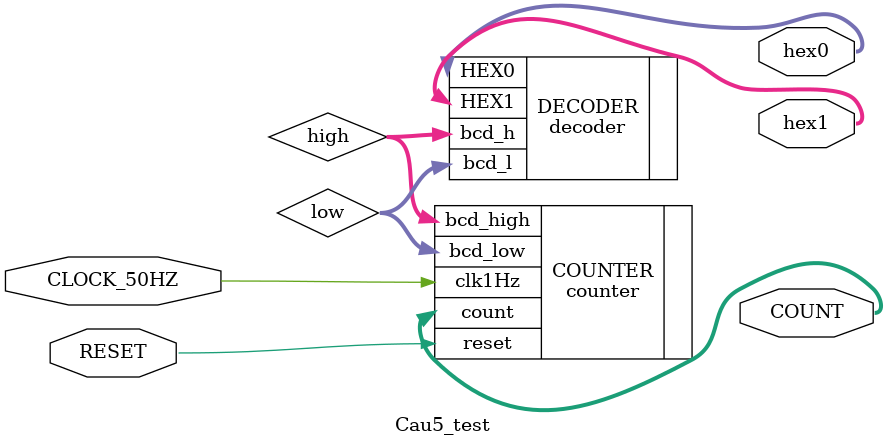
<source format=v>
module Cau5_test(
	input wire CLOCK_50HZ, RESET,
	output [6:0] hex0,hex1,
	output [4:0] COUNT
);
wire [3:0] high,low;

counter COUNTER(.reset(RESET),.clk1Hz(CLOCK_50HZ),.bcd_high(high),.bcd_low(low),.count(COUNT));
decoder DECODER(.bcd_h(high),.bcd_l(low),.HEX0(hex0),.HEX1(hex1));
endmodule

</source>
